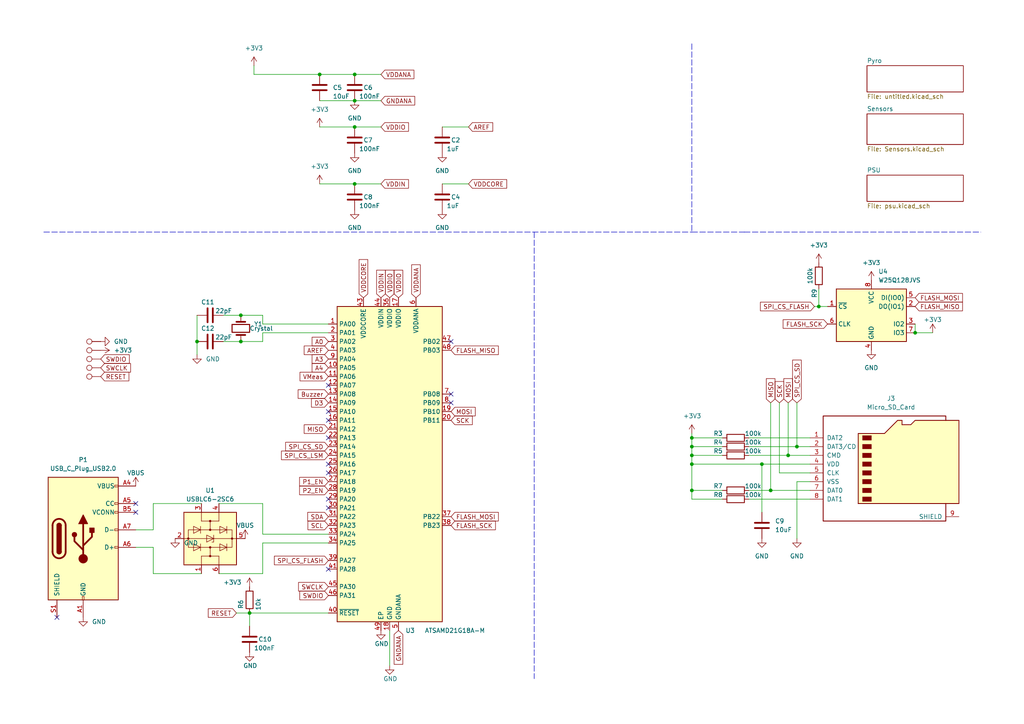
<source format=kicad_sch>
(kicad_sch (version 20211123) (generator eeschema)
  (paper "A4")
  (lib_symbols
    (symbol "Connector:Micro_SD_Card" (pin_names (offset 1.016))
      (property "Reference" "J" (at -16.51 15.24 0))
      (property "Value" "Micro_SD_Card" (at 16.51 15.24 0))
      (symbol "Micro_SD_Card_0_1"
        (rectangle (start -7.62 -9.525) (end -5.08 -10.795) (fill (type outline)))
        (rectangle (start -7.62 -6.985) (end -5.08 -8.255) (fill (type outline)))
        (rectangle (start -7.62 -4.445) (end -5.08 -5.715) (fill (type outline)))
        (rectangle (start -7.62 -1.905) (end -5.08 -3.175) (fill (type outline)))
        (rectangle (start -7.62 0.635) (end -5.08 -0.635) (fill (type outline)))
        (rectangle (start -7.62 3.175) (end -5.08 1.905) (fill (type outline)))
        (rectangle (start -7.62 5.715) (end -5.08 4.445) (fill (type outline)))
        (rectangle (start -7.62 8.255) (end -5.08 6.985) (fill (type outline)))
        (polyline (pts (xy 16.51 12.7) (xy 16.51 13.97) (xy -19.05 13.97) (xy -19.05 -16.51) (xy 16.51 -16.51) (xy 16.51 -11.43)) (stroke (width 0.254)))
        (polyline (pts (xy -8.89 -11.43) (xy -8.89 8.89) (xy -1.27 8.89) (xy 2.54 12.7) (xy 3.81 12.7) (xy 3.81 11.43) (xy 6.35 11.43) (xy 7.62 12.7) (xy 20.32 12.7) (xy 20.32 -11.43) (xy -8.89 -11.43)) (stroke (width 0.254)) (fill (type background)))
      )
      (symbol "Micro_SD_Card_1_1"
        (pin bidirectional line (at -22.86 7.62 0) (length 3.81) (name "DAT2") (number "1"))
        (pin bidirectional line (at -22.86 5.08 0) (length 3.81) (name "DAT3/CD") (number "2"))
        (pin input line (at -22.86 2.54 0) (length 3.81) (name "CMD") (number "3"))
        (pin power_in line (at -22.86 0 0) (length 3.81) (name "VDD") (number "4"))
        (pin input line (at -22.86 -2.54 0) (length 3.81) (name "CLK") (number "5"))
        (pin power_in line (at -22.86 -5.08 0) (length 3.81) (name "VSS") (number "6"))
        (pin bidirectional line (at -22.86 -7.62 0) (length 3.81) (name "DAT0") (number "7"))
        (pin bidirectional line (at -22.86 -10.16 0) (length 3.81) (name "DAT1") (number "8"))
        (pin passive line (at 20.32 -15.24 180) (length 3.81) (name "SHIELD") (number "9"))
      )
    )
    (symbol "Connector:TestPoint" (pin_numbers hide) (pin_names (offset 0.762) hide)
      (property "Reference" "TP" (at 0 6.858 0))
      (property "Value" "TestPoint" (at 0 5.08 0))
      (symbol "TestPoint_0_1"
        (circle (center 0 3.302) (radius 0.762))
      )
      (symbol "TestPoint_1_1"
        (pin passive line (at 0 0 90) (length 2.54) (name "1") (number "1"))
      )
    )
    (symbol "Connector:USB_C_Plug_USB2.0" (pin_names (offset 1.016))
      (property "Reference" "P" (at -10.16 19.05 0))
      (property "Value" "USB_C_Plug_USB2.0" (at 12.7 19.05 0))
      (symbol "USB_C_Plug_USB2.0_0_0"
        (rectangle (start -0.254 -17.78) (end 0.254 -16.764))
        (rectangle (start 10.16 -2.286) (end 9.144 -2.794))
        (rectangle (start 10.16 2.794) (end 9.144 2.286))
        (rectangle (start 10.16 7.874) (end 9.144 7.366))
        (rectangle (start 10.16 10.414) (end 9.144 9.906))
        (rectangle (start 10.16 15.494) (end 9.144 14.986))
      )
      (symbol "USB_C_Plug_USB2.0_0_1"
        (rectangle (start -10.16 17.78) (end 10.16 -17.78) (stroke (width 0.254)) (fill (type background)))
        (arc (start -8.89 -3.81) (mid -6.985 -5.715) (end -5.08 -3.81) (stroke (width 0.508)))
        (arc (start -7.62 -3.81) (mid -6.985 -4.445) (end -6.35 -3.81) (stroke (width 0.254)))
        (arc (start -7.62 -3.81) (mid -6.985 -4.445) (end -6.35 -3.81) (stroke (width 0.254)) (fill (type outline)))
        (rectangle (start -7.62 -3.81) (end -6.35 3.81) (stroke (width 0.254)) (fill (type outline)))
        (arc (start -6.35 3.81) (mid -6.985 4.445) (end -7.62 3.81) (stroke (width 0.254)))
        (arc (start -6.35 3.81) (mid -6.985 4.445) (end -7.62 3.81) (stroke (width 0.254)) (fill (type outline)))
        (arc (start -5.08 3.81) (mid -6.985 5.715) (end -8.89 3.81) (stroke (width 0.508)))
        (circle (center -2.54 1.143) (radius 0.635) (stroke (width 0.254)) (fill (type outline)))
        (circle (center 0 -5.842) (radius 1.27) (fill (type outline)))
        (polyline (pts (xy -8.89 -3.81) (xy -8.89 3.81)) (stroke (width 0.508)))
        (polyline (pts (xy -5.08 3.81) (xy -5.08 -3.81)) (stroke (width 0.508)))
        (polyline (pts (xy 0 -5.842) (xy 0 4.318)) (stroke (width 0.508)))
        (polyline (pts (xy 0 -3.302) (xy -2.54 -0.762) (xy -2.54 0.508)) (stroke (width 0.508)))
        (polyline (pts (xy 0 -2.032) (xy 2.54 0.508) (xy 2.54 1.778)) (stroke (width 0.508)))
        (polyline (pts (xy -1.27 4.318) (xy 0 6.858) (xy 1.27 4.318) (xy -1.27 4.318)) (stroke (width 0.254)) (fill (type outline)))
        (rectangle (start 1.905 1.778) (end 3.175 3.048) (stroke (width 0.254)) (fill (type outline)))
      )
      (symbol "USB_C_Plug_USB2.0_1_1"
        (pin passive line (at 0 -22.86 90) (length 5.08) (name "GND") (number "A1"))
        (pin passive line (at 0 -22.86 90) (length 5.08) hide (name "GND") (number "A12"))
        (pin passive line (at 15.24 15.24 180) (length 5.08) (name "VBUS") (number "A4"))
        (pin bidirectional line (at 15.24 10.16 180) (length 5.08) (name "CC") (number "A5"))
        (pin bidirectional line (at 15.24 -2.54 180) (length 5.08) (name "D+") (number "A6"))
        (pin bidirectional line (at 15.24 2.54 180) (length 5.08) (name "D-") (number "A7"))
        (pin passive line (at 15.24 15.24 180) (length 5.08) hide (name "VBUS") (number "A9"))
        (pin passive line (at 0 -22.86 90) (length 5.08) hide (name "GND") (number "B1"))
        (pin passive line (at 0 -22.86 90) (length 5.08) hide (name "GND") (number "B12"))
        (pin passive line (at 15.24 15.24 180) (length 5.08) hide (name "VBUS") (number "B4"))
        (pin bidirectional line (at 15.24 7.62 180) (length 5.08) (name "VCONN") (number "B5"))
        (pin passive line (at 15.24 15.24 180) (length 5.08) hide (name "VBUS") (number "B9"))
        (pin passive line (at -7.62 -22.86 90) (length 5.08) (name "SHIELD") (number "S1"))
      )
    )
    (symbol "Device:C" (pin_numbers hide) (pin_names (offset 0.254))
      (property "Reference" "C" (at 0.635 2.54 0))
      (property "Value" "C" (at 0.635 -2.54 0))
      (symbol "C_0_1"
        (polyline (pts (xy -2.032 -0.762) (xy 2.032 -0.762)) (stroke (width 0.508)))
        (polyline (pts (xy -2.032 0.762) (xy 2.032 0.762)) (stroke (width 0.508)))
      )
      (symbol "C_1_1"
        (pin passive line (at 0 3.81 270) (length 2.794) (name "~") (number "1"))
        (pin passive line (at 0 -3.81 90) (length 2.794) (name "~") (number "2"))
      )
    )
    (symbol "Device:Crystal" (pin_numbers hide) (pin_names (offset 1.016) hide)
      (property "Reference" "Y" (at 0 3.81 0))
      (property "Value" "Crystal" (at 0 -3.81 0))
      (symbol "Crystal_0_1"
        (rectangle (start -1.143 2.54) (end 1.143 -2.54) (stroke (width 0.3048)))
        (polyline (pts (xy -2.54 0) (xy -1.905 0)))
        (polyline (pts (xy -1.905 -1.27) (xy -1.905 1.27)) (stroke (width 0.508)))
        (polyline (pts (xy 1.905 -1.27) (xy 1.905 1.27)) (stroke (width 0.508)))
        (polyline (pts (xy 2.54 0) (xy 1.905 0)))
      )
      (symbol "Crystal_1_1"
        (pin passive line (at -3.81 0 0) (length 1.27) (name "1") (number "1"))
        (pin passive line (at 3.81 0 180) (length 1.27) (name "2") (number "2"))
      )
    )
    (symbol "Device:R" (pin_numbers hide) (pin_names (offset 0))
      (property "Reference" "R" (at 2.032 0 90))
      (property "Value" "R" (at 0 0 90))
      (symbol "R_0_1"
        (rectangle (start -1.016 -2.54) (end 1.016 2.54) (stroke (width 0.254)))
      )
      (symbol "R_1_1"
        (pin passive line (at 0 3.81 270) (length 1.27) (name "~") (number "1"))
        (pin passive line (at 0 -3.81 90) (length 1.27) (name "~") (number "2"))
      )
    )
    (symbol "MCU_Microchip_SAMD:ATSAMD21G18A-M"
      (property "Reference" "U" (at -13.97 46.99 0))
      (property "Value" "ATSAMD21G18A-M" (at 16.51 46.99 0))
      (symbol "ATSAMD21G18A-M_0_1"
        (rectangle (start -15.24 45.72) (end 15.24 -45.72) (stroke (width 0.254)) (fill (type background)))
      )
      (symbol "ATSAMD21G18A-M_1_1"
        (pin bidirectional line (at -17.78 40.64 0) (length 2.54) (name "PA00") (number "1"))
        (pin bidirectional line (at -17.78 27.94 0) (length 2.54) (name "PA05") (number "10"))
        (pin bidirectional line (at -17.78 25.4 0) (length 2.54) (name "PA06") (number "11"))
        (pin bidirectional line (at -17.78 22.86 0) (length 2.54) (name "PA07") (number "12"))
        (pin bidirectional line (at -17.78 20.32 0) (length 2.54) (name "PA08") (number "13"))
        (pin bidirectional line (at -17.78 17.78 0) (length 2.54) (name "PA09") (number "14"))
        (pin bidirectional line (at -17.78 15.24 0) (length 2.54) (name "PA10") (number "15"))
        (pin bidirectional line (at -17.78 12.7 0) (length 2.54) (name "PA11") (number "16"))
        (pin power_in line (at 2.54 48.26 270) (length 2.54) (name "VDDIO") (number "17"))
        (pin power_in line (at 0 -48.26 90) (length 2.54) (name "GND") (number "18"))
        (pin bidirectional line (at 17.78 15.24 180) (length 2.54) (name "PB10") (number "19"))
        (pin bidirectional line (at -17.78 38.1 0) (length 2.54) (name "PA01") (number "2"))
        (pin bidirectional line (at 17.78 12.7 180) (length 2.54) (name "PB11") (number "20"))
        (pin bidirectional line (at -17.78 10.16 0) (length 2.54) (name "PA12") (number "21"))
        (pin bidirectional line (at -17.78 7.62 0) (length 2.54) (name "PA13") (number "22"))
        (pin bidirectional line (at -17.78 5.08 0) (length 2.54) (name "PA14") (number "23"))
        (pin bidirectional line (at -17.78 2.54 0) (length 2.54) (name "PA15") (number "24"))
        (pin bidirectional line (at -17.78 0 0) (length 2.54) (name "PA16") (number "25"))
        (pin bidirectional line (at -17.78 -2.54 0) (length 2.54) (name "PA17") (number "26"))
        (pin bidirectional line (at -17.78 -5.08 0) (length 2.54) (name "PA18") (number "27"))
        (pin bidirectional line (at -17.78 -7.62 0) (length 2.54) (name "PA19") (number "28"))
        (pin bidirectional line (at -17.78 -10.16 0) (length 2.54) (name "PA20") (number "29"))
        (pin bidirectional line (at -17.78 35.56 0) (length 2.54) (name "PA02") (number "3"))
        (pin bidirectional line (at -17.78 -12.7 0) (length 2.54) (name "PA21") (number "30"))
        (pin bidirectional line (at -17.78 -15.24 0) (length 2.54) (name "PA22") (number "31"))
        (pin bidirectional line (at -17.78 -17.78 0) (length 2.54) (name "PA23") (number "32"))
        (pin bidirectional line (at -17.78 -20.32 0) (length 2.54) (name "PA24") (number "33"))
        (pin bidirectional line (at -17.78 -22.86 0) (length 2.54) (name "PA25") (number "34"))
        (pin passive line (at 0 -48.26 90) (length 2.54) hide (name "GND") (number "35"))
        (pin power_in line (at 0 48.26 270) (length 2.54) (name "VDDIO") (number "36"))
        (pin bidirectional line (at 17.78 -15.24 180) (length 2.54) (name "PB22") (number "37"))
        (pin bidirectional line (at 17.78 -17.78 180) (length 2.54) (name "PB23") (number "38"))
        (pin bidirectional line (at -17.78 -27.94 0) (length 2.54) (name "PA27") (number "39"))
        (pin bidirectional line (at -17.78 33.02 0) (length 2.54) (name "PA03") (number "4"))
        (pin input line (at -17.78 -43.18 0) (length 2.54) (name "~{RESET}") (number "40"))
        (pin bidirectional line (at -17.78 -30.48 0) (length 2.54) (name "PA28") (number "41"))
        (pin passive line (at 0 -48.26 90) (length 2.54) hide (name "GND") (number "42"))
        (pin power_out line (at -7.62 48.26 270) (length 2.54) (name "VDDCORE") (number "43"))
        (pin power_in line (at -2.54 48.26 270) (length 2.54) (name "VDDIN") (number "44"))
        (pin bidirectional line (at -17.78 -35.56 0) (length 2.54) (name "PA30") (number "45"))
        (pin bidirectional line (at -17.78 -38.1 0) (length 2.54) (name "PA31") (number "46"))
        (pin bidirectional line (at 17.78 35.56 180) (length 2.54) (name "PB02") (number "47"))
        (pin bidirectional line (at 17.78 33.02 180) (length 2.54) (name "PB03") (number "48"))
        (pin passive line (at -2.54 -48.26 90) (length 2.54) (name "EP") (number "49"))
        (pin power_in line (at 2.54 -48.26 90) (length 2.54) (name "GNDANA") (number "5"))
        (pin power_in line (at 7.62 48.26 270) (length 2.54) (name "VDDANA") (number "6"))
        (pin bidirectional line (at 17.78 20.32 180) (length 2.54) (name "PB08") (number "7"))
        (pin bidirectional line (at 17.78 17.78 180) (length 2.54) (name "PB09") (number "8"))
        (pin bidirectional line (at -17.78 30.48 0) (length 2.54) (name "PA04") (number "9"))
      )
    )
    (symbol "Memory_Flash:W25Q128JVS"
      (property "Reference" "U" (at -8.89 8.89 0))
      (property "Value" "W25Q128JVS" (at 7.62 8.89 0))
      (symbol "W25Q128JVS_0_1"
        (rectangle (start -10.16 7.62) (end 10.16 -7.62) (stroke (width 0.254)) (fill (type background)))
      )
      (symbol "W25Q128JVS_1_1"
        (pin input line (at -12.7 2.54 0) (length 2.54) (name "~{CS}") (number "1"))
        (pin bidirectional line (at 12.7 2.54 180) (length 2.54) (name "DO(IO1)") (number "2"))
        (pin bidirectional line (at 12.7 -2.54 180) (length 2.54) (name "IO2") (number "3"))
        (pin power_in line (at 0 -10.16 90) (length 2.54) (name "GND") (number "4"))
        (pin bidirectional line (at 12.7 5.08 180) (length 2.54) (name "DI(IO0)") (number "5"))
        (pin input line (at -12.7 -2.54 0) (length 2.54) (name "CLK") (number "6"))
        (pin bidirectional line (at 12.7 -5.08 180) (length 2.54) (name "IO3") (number "7"))
        (pin power_in line (at 0 10.16 270) (length 2.54) (name "VCC") (number "8"))
      )
    )
    (symbol "Power_Protection:USBLC6-2SC6" (pin_names hide)
      (property "Reference" "U" (at 2.54 8.89 0))
      (property "Value" "USBLC6-2SC6" (at 2.54 -8.89 0))
      (symbol "USBLC6-2SC6_0_1"
        (rectangle (start -7.62 -7.62) (end 7.62 7.62) (stroke (width 0.254)) (fill (type background)))
        (circle (center -5.08 0) (radius 0.254) (fill (type outline)))
        (circle (center -2.54 0) (radius 0.254) (fill (type outline)))
        (rectangle (start -2.54 6.35) (end 2.54 -6.35))
        (circle (center 0 -6.35) (radius 0.254) (fill (type outline)))
        (polyline (pts (xy -5.08 -2.54) (xy -7.62 -2.54)))
        (polyline (pts (xy -5.08 0) (xy -5.08 -2.54)))
        (polyline (pts (xy -5.08 2.54) (xy -7.62 2.54)))
        (polyline (pts (xy -1.524 -2.794) (xy -3.556 -2.794)))
        (polyline (pts (xy -1.524 4.826) (xy -3.556 4.826)))
        (polyline (pts (xy 0 -7.62) (xy 0 -6.35)))
        (polyline (pts (xy 0 -6.35) (xy 0 1.27)))
        (polyline (pts (xy 0 1.27) (xy 0 6.35)))
        (polyline (pts (xy 0 6.35) (xy 0 7.62)))
        (polyline (pts (xy 1.524 -2.794) (xy 3.556 -2.794)))
        (polyline (pts (xy 1.524 4.826) (xy 3.556 4.826)))
        (polyline (pts (xy 5.08 -2.54) (xy 7.62 -2.54)))
        (polyline (pts (xy 5.08 0) (xy 5.08 -2.54)))
        (polyline (pts (xy 5.08 2.54) (xy 7.62 2.54)))
        (polyline (pts (xy -2.54 0) (xy -5.08 0) (xy -5.08 2.54)))
        (polyline (pts (xy 2.54 0) (xy 5.08 0) (xy 5.08 2.54)))
        (polyline (pts (xy -3.556 -4.826) (xy -1.524 -4.826) (xy -2.54 -2.794) (xy -3.556 -4.826)))
        (polyline (pts (xy -3.556 2.794) (xy -1.524 2.794) (xy -2.54 4.826) (xy -3.556 2.794)))
        (polyline (pts (xy -1.016 -1.016) (xy 1.016 -1.016) (xy 0 1.016) (xy -1.016 -1.016)))
        (polyline (pts (xy 1.016 1.016) (xy 0.762 1.016) (xy -1.016 1.016) (xy -1.016 0.508)))
        (polyline (pts (xy 3.556 -4.826) (xy 1.524 -4.826) (xy 2.54 -2.794) (xy 3.556 -4.826)))
        (polyline (pts (xy 3.556 2.794) (xy 1.524 2.794) (xy 2.54 4.826) (xy 3.556 2.794)))
        (circle (center 0 6.35) (radius 0.254) (fill (type outline)))
        (circle (center 2.54 0) (radius 0.254) (fill (type outline)))
        (circle (center 5.08 0) (radius 0.254) (fill (type outline)))
      )
      (symbol "USBLC6-2SC6_1_1"
        (pin passive line (at -10.16 -2.54 0) (length 2.54) (name "I/O1") (number "1"))
        (pin passive line (at 0 -10.16 90) (length 2.54) (name "GND") (number "2"))
        (pin passive line (at 10.16 -2.54 180) (length 2.54) (name "I/O2") (number "3"))
        (pin passive line (at 10.16 2.54 180) (length 2.54) (name "I/O2") (number "4"))
        (pin passive line (at 0 10.16 270) (length 2.54) (name "VBUS") (number "5"))
        (pin passive line (at -10.16 2.54 0) (length 2.54) (name "I/O1") (number "6"))
      )
    )
    (symbol "power:+3.3V" (power) (pin_names (offset 0))
      (property "Value" "+3.3V" (at 0 3.556 0))
      (symbol "+3.3V_0_1"
        (polyline (pts (xy -0.762 1.27) (xy 0 2.54)))
        (polyline (pts (xy 0 0) (xy 0 2.54)))
        (polyline (pts (xy 0 2.54) (xy 0.762 1.27)))
      )
      (symbol "+3.3V_1_1"
        (pin power_in line (at 0 0 90) (length 0) hide (name "+3V3") (number "1"))
      )
    )
    (symbol "power:GND" (power) (pin_names (offset 0))
      (property "Value" "GND" (at 0 -3.81 0))
      (symbol "GND_0_1"
        (polyline (pts (xy 0 0) (xy 0 -1.27) (xy 1.27 -1.27) (xy 0 -2.54) (xy -1.27 -1.27) (xy 0 -1.27)))
      )
      (symbol "GND_1_1"
        (pin power_in line (at 0 0 270) (length 0) hide (name "GND") (number "1"))
      )
    )
    (symbol "power:VBUS" (power) (pin_names (offset 0))
      (property "Value" "VBUS" (at 0 3.81 0))
      (symbol "VBUS_0_1"
        (polyline (pts (xy -0.762 1.27) (xy 0 2.54)))
        (polyline (pts (xy 0 0) (xy 0 2.54)))
        (polyline (pts (xy 0 2.54) (xy 0.762 1.27)))
      )
      (symbol "VBUS_1_1"
        (pin power_in line (at 0 0 90) (length 0) hide (name "VBUS") (number "1"))
      )
    )
  )
  (junction (at 200.66 134.62))
  (junction (at 200.66 129.54))
  (junction (at 223.52 142.24))
  (junction (at 265.43 96.52))
  (junction (at 200.66 142.24))
  (junction (at 237.49 88.9))
  (junction (at 200.66 132.08))
  (junction (at 231.14 129.54))
  (junction (at 69.85 99.06))
  (junction (at 228.6 132.08))
  (junction (at 200.66 127))
  (junction (at 102.87 21.59))
  (junction (at 102.87 53.34))
  (junction (at 220.98 134.62))
  (junction (at 72.39 177.8))
  (junction (at 92.71 21.59))
  (junction (at 69.85 91.44))
  (junction (at 102.87 29.21))
  (junction (at 57.15 99.06))
  (junction (at 102.87 36.83))
  (no_connect (at 95.25 111.76))
  (no_connect (at 39.37 146.05))
  (no_connect (at 95.25 134.62))
  (no_connect (at 130.81 114.3))
  (no_connect (at 95.25 137.16))
  (no_connect (at 130.81 99.06))
  (no_connect (at 16.51 179.07))
  (no_connect (at 95.25 121.92))
  (no_connect (at 95.25 147.32))
  (no_connect (at 95.25 165.1))
  (no_connect (at 95.25 119.38))
  (no_connect (at 39.37 148.59))
  (no_connect (at 95.25 127))
  (no_connect (at 130.81 116.84))
  (no_connect (at 95.25 144.78))
  (wire (pts (xy 63.5 166.37) (xy 76.2 166.37)))
  (wire (pts (xy 76.2 93.98) (xy 76.2 91.44)))
  (wire (pts (xy 217.17 127) (xy 234.95 127)))
  (wire (pts (xy 63.5 146.05) (xy 76.2 146.05)))
  (wire (pts (xy 92.71 36.83) (xy 102.87 36.83)))
  (wire (pts (xy 226.06 137.16) (xy 234.95 137.16)))
  (polyline (pts (xy 215.9 67.31) (xy 284.48 67.31)))
  (polyline (pts (xy 12.7 67.31) (xy 200.66 67.31)))
  (wire (pts (xy 44.45 146.05) (xy 58.42 146.05)))
  (polyline (pts (xy 200.66 67.31) (xy 215.9 67.31)))
  (wire (pts (xy 57.15 91.44) (xy 57.15 99.06)))
  (wire (pts (xy 200.66 132.08) (xy 200.66 134.62)))
  (wire (pts (xy 76.2 166.37) (xy 76.2 157.48)))
  (wire (pts (xy 217.17 132.08) (xy 228.6 132.08)))
  (polyline (pts (xy 200.66 12.7) (xy 200.66 67.31)))
  (wire (pts (xy 200.66 132.08) (xy 209.55 132.08)))
  (wire (pts (xy 237.49 83.82) (xy 237.49 88.9)))
  (wire (pts (xy 236.22 88.9) (xy 237.49 88.9)))
  (wire (pts (xy 76.2 146.05) (xy 76.2 154.94)))
  (wire (pts (xy 128.27 53.34) (xy 135.89 53.34)))
  (wire (pts (xy 200.66 127) (xy 200.66 125.73)))
  (wire (pts (xy 200.66 132.08) (xy 200.66 129.54)))
  (wire (pts (xy 76.2 154.94) (xy 95.25 154.94)))
  (wire (pts (xy 231.14 156.21) (xy 231.14 139.7)))
  (wire (pts (xy 57.15 99.06) (xy 57.15 102.87)))
  (wire (pts (xy 200.66 144.78) (xy 200.66 142.24)))
  (wire (pts (xy 220.98 134.62) (xy 234.95 134.62)))
  (wire (pts (xy 217.17 142.24) (xy 223.52 142.24)))
  (wire (pts (xy 209.55 144.78) (xy 200.66 144.78)))
  (wire (pts (xy 64.77 91.44) (xy 69.85 91.44)))
  (wire (pts (xy 92.71 53.34) (xy 102.87 53.34)))
  (wire (pts (xy 69.85 99.06) (xy 76.2 99.06)))
  (wire (pts (xy 76.2 91.44) (xy 69.85 91.44)))
  (wire (pts (xy 231.14 139.7) (xy 234.95 139.7)))
  (wire (pts (xy 200.66 129.54) (xy 209.55 129.54)))
  (wire (pts (xy 76.2 99.06) (xy 76.2 96.52)))
  (wire (pts (xy 76.2 96.52) (xy 95.25 96.52)))
  (wire (pts (xy 72.39 177.8) (xy 95.25 177.8)))
  (wire (pts (xy 231.14 129.54) (xy 234.95 129.54)))
  (wire (pts (xy 226.06 116.84) (xy 226.06 137.16)))
  (wire (pts (xy 223.52 116.84) (xy 223.52 142.24)))
  (wire (pts (xy 231.14 116.84) (xy 231.14 129.54)))
  (wire (pts (xy 92.71 21.59) (xy 102.87 21.59)))
  (wire (pts (xy 228.6 116.84) (xy 228.6 132.08)))
  (wire (pts (xy 200.66 129.54) (xy 200.66 127)))
  (wire (pts (xy 102.87 21.59) (xy 110.49 21.59)))
  (wire (pts (xy 64.77 99.06) (xy 69.85 99.06)))
  (wire (pts (xy 68.58 177.8) (xy 72.39 177.8)))
  (wire (pts (xy 102.87 36.83) (xy 110.49 36.83)))
  (wire (pts (xy 39.37 158.75) (xy 44.45 158.75)))
  (wire (pts (xy 76.2 157.48) (xy 95.25 157.48)))
  (wire (pts (xy 44.45 158.75) (xy 44.45 166.37)))
  (wire (pts (xy 200.66 134.62) (xy 220.98 134.62)))
  (wire (pts (xy 217.17 129.54) (xy 231.14 129.54)))
  (wire (pts (xy 128.27 36.83) (xy 135.89 36.83)))
  (wire (pts (xy 217.17 144.78) (xy 234.95 144.78)))
  (wire (pts (xy 265.43 96.52) (xy 270.51 96.52)))
  (wire (pts (xy 200.66 142.24) (xy 209.55 142.24)))
  (wire (pts (xy 92.71 29.21) (xy 102.87 29.21)))
  (wire (pts (xy 200.66 134.62) (xy 200.66 142.24)))
  (wire (pts (xy 220.98 134.62) (xy 220.98 148.59)))
  (wire (pts (xy 237.49 88.9) (xy 240.03 88.9)))
  (wire (pts (xy 102.87 29.21) (xy 110.49 29.21)))
  (wire (pts (xy 73.66 21.59) (xy 92.71 21.59)))
  (wire (pts (xy 265.43 93.98) (xy 265.43 96.52)))
  (wire (pts (xy 228.6 132.08) (xy 234.95 132.08)))
  (wire (pts (xy 102.87 53.34) (xy 110.49 53.34)))
  (wire (pts (xy 44.45 153.67) (xy 44.45 146.05)))
  (wire (pts (xy 223.52 142.24) (xy 234.95 142.24)))
  (wire (pts (xy 73.66 19.05) (xy 73.66 21.59)))
  (wire (pts (xy 76.2 93.98) (xy 95.25 93.98)))
  (wire (pts (xy 39.37 153.67) (xy 44.45 153.67)))
  (wire (pts (xy 44.45 166.37) (xy 58.42 166.37)))
  (wire (pts (xy 209.55 127) (xy 200.66 127)))
  (wire (pts (xy 113.03 182.88) (xy 113.03 193.04)))
  (wire (pts (xy 72.39 181.61) (xy 72.39 177.8)))
  (polyline (pts (xy 154.94 67.31) (xy 154.94 196.85)))
  (global_label "SWDIO" (shape input) (at 29.21 104.14 0) (property "Intersheet References" "${INTERSHEET_REFS}" (effects hide)))
  (global_label "SCL" (shape input) (at 95.25 152.4 180) (property "Intersheet References" "${INTERSHEET_REFS}" (effects hide)))
  (global_label "VDDIN" (shape input) (at 110.49 53.34 0) (property "Intersheet References" "${INTERSHEET_REFS}" (effects hide)))
  (global_label "FLASH_MOSI" (shape input) (at 265.43 86.36 0) (property "Intersheet References" "${INTERSHEET_REFS}" (effects hide)))
  (global_label "MISO" (shape input) (at 223.52 116.84 90) (property "Intersheet References" "${INTERSHEET_REFS}" (effects hide)))
  (global_label "FLASH_MOSI" (shape input) (at 130.81 149.86 0) (property "Intersheet References" "${INTERSHEET_REFS}" (effects hide)))
  (global_label "Buzzer" (shape input) (at 95.25 114.3 180) (property "Intersheet References" "${INTERSHEET_REFS}" (effects hide)))
  (global_label "VDDCORE" (shape input) (at 105.41 86.36 90) (property "Intersheet References" "${INTERSHEET_REFS}" (effects hide)))
  (global_label "FLASH_MISO" (shape input) (at 130.81 101.6 0) (property "Intersheet References" "${INTERSHEET_REFS}" (effects hide)))
  (global_label "SDA" (shape input) (at 95.25 149.86 180) (property "Intersheet References" "${INTERSHEET_REFS}" (effects hide)))
  (global_label "SWCLK" (shape input) (at 29.21 106.68 0) (property "Intersheet References" "${INTERSHEET_REFS}" (effects hide)))
  (global_label "D3" (shape input) (at 95.25 116.84 180) (property "Intersheet References" "${INTERSHEET_REFS}" (effects hide)))
  (global_label "SPI_CS_FLASH" (shape input) (at 95.25 162.56 180) (property "Intersheet References" "${INTERSHEET_REFS}" (effects hide)))
  (global_label "VDDIO" (shape input) (at 110.49 36.83 0) (property "Intersheet References" "${INTERSHEET_REFS}" (effects hide)))
  (global_label "VDDANA" (shape input) (at 110.49 21.59 0) (property "Intersheet References" "${INTERSHEET_REFS}" (effects hide)))
  (global_label "RESET" (shape input) (at 29.21 109.22 0) (property "Intersheet References" "${INTERSHEET_REFS}" (effects hide)))
  (global_label "FLASH_SCK" (shape input) (at 130.81 152.4 0) (property "Intersheet References" "${INTERSHEET_REFS}" (effects hide)))
  (global_label "VDDIO" (shape input) (at 115.57 86.36 90) (property "Intersheet References" "${INTERSHEET_REFS}" (effects hide)))
  (global_label "GNDANA" (shape input) (at 110.49 29.21 0) (property "Intersheet References" "${INTERSHEET_REFS}" (effects hide)))
  (global_label "VMeas" (shape input) (at 95.25 109.22 180) (property "Intersheet References" "${INTERSHEET_REFS}" (effects hide)))
  (global_label "MISO" (shape input) (at 95.25 124.46 180) (property "Intersheet References" "${INTERSHEET_REFS}" (effects hide)))
  (global_label "SWDIO" (shape input) (at 95.25 172.72 180) (property "Intersheet References" "${INTERSHEET_REFS}" (effects hide)))
  (global_label "SPI_CS_SD" (shape input) (at 95.25 129.54 180) (property "Intersheet References" "${INTERSHEET_REFS}" (effects hide)))
  (global_label "FLASH_MISO" (shape input) (at 265.43 88.9 0) (property "Intersheet References" "${INTERSHEET_REFS}" (effects hide)))
  (global_label "SPI_CS_LSM" (shape input) (at 95.25 132.08 180) (property "Intersheet References" "${INTERSHEET_REFS}" (effects hide)))
  (global_label "VDDIN" (shape input) (at 110.49 86.36 90) (property "Intersheet References" "${INTERSHEET_REFS}" (effects hide)))
  (global_label "VDDANA" (shape input) (at 120.65 86.36 90) (property "Intersheet References" "${INTERSHEET_REFS}" (effects hide)))
  (global_label "A0" (shape input) (at 95.25 99.06 180) (property "Intersheet References" "${INTERSHEET_REFS}" (effects hide)))
  (global_label "A3" (shape input) (at 95.25 104.14 180) (property "Intersheet References" "${INTERSHEET_REFS}" (effects hide)))
  (global_label "SCK" (shape input) (at 130.81 121.92 0) (property "Intersheet References" "${INTERSHEET_REFS}" (effects hide)))
  (global_label "MOSI" (shape input) (at 228.6 116.84 90) (property "Intersheet References" "${INTERSHEET_REFS}" (effects hide)))
  (global_label "SCK" (shape input) (at 226.06 116.84 90) (property "Intersheet References" "${INTERSHEET_REFS}" (effects hide)))
  (global_label "VDDCORE" (shape input) (at 135.89 53.34 0) (property "Intersheet References" "${INTERSHEET_REFS}" (effects hide)))
  (global_label "AREF" (shape input) (at 95.25 101.6 180) (property "Intersheet References" "${INTERSHEET_REFS}" (effects hide)))
  (global_label "SPI_CS_SD" (shape input) (at 231.14 116.84 90) (property "Intersheet References" "${INTERSHEET_REFS}" (effects hide)))
  (global_label "GNDANA" (shape input) (at 115.57 182.88 270) (property "Intersheet References" "${INTERSHEET_REFS}" (effects hide)))
  (global_label "SWCLK" (shape input) (at 95.25 170.18 180) (property "Intersheet References" "${INTERSHEET_REFS}" (effects hide)))
  (global_label "VDDIO" (shape input) (at 113.03 86.36 90) (property "Intersheet References" "${INTERSHEET_REFS}" (effects hide)))
  (global_label "SPI_CS_FLASH" (shape input) (at 236.22 88.9 180) (property "Intersheet References" "${INTERSHEET_REFS}" (effects hide)))
  (global_label "P1_EN" (shape input) (at 95.25 139.7 180) (property "Intersheet References" "${INTERSHEET_REFS}" (effects hide)))
  (global_label "P2_EN" (shape input) (at 95.25 142.24 180) (property "Intersheet References" "${INTERSHEET_REFS}" (effects hide)))
  (global_label "FLASH_SCK" (shape input) (at 240.03 93.98 180) (property "Intersheet References" "${INTERSHEET_REFS}" (effects hide)))
  (global_label "AREF" (shape input) (at 135.89 36.83 0) (property "Intersheet References" "${INTERSHEET_REFS}" (effects hide)))
  (global_label "A4" (shape input) (at 95.25 106.68 180) (property "Intersheet References" "${INTERSHEET_REFS}" (effects hide)))
  (global_label "RESET" (shape input) (at 68.58 177.8 180) (property "Intersheet References" "${INTERSHEET_REFS}" (effects hide)))
  (global_label "MOSI" (shape input) (at 130.81 119.38 0) (property "Intersheet References" "${INTERSHEET_REFS}" (effects hide)))
  (symbol (lib_id "Device:C") (at 128.27 40.64 0) (unit 1)
    (property "Reference" "C2" (at 130.81 40.64 0) (effects (justify left)))
    (property "Value" "1uF" (at 129.54 43.18 0) (effects (justify left)))
    (property "Footprint" "Capacitor_SMD:C_0402_1005Metric_Pad0.74x0.62mm_HandSolder" (effects hide))
  )
  (symbol (lib_id "power:+3.3V") (at 237.49 76.2 0) (unit 1)
    (property "Reference" "#PWR0120" (effects hide))
    (property "Value" "+3.3V" (at 237.49 71.12 0))
  )
  (symbol (lib_id "power:VBUS") (at 39.37 140.97 0) (unit 1)
    (property "Reference" "#PWR0119" (effects hide))
    (property "Value" "VBUS" (at 36.83 137.16 0) (effects (justify left)))
  )
  (symbol (lib_id "power:GND") (at 220.98 156.21 0) (unit 1)
    (property "Reference" "#PWR0102" (effects hide))
    (property "Value" "GND" (at 220.98 161.29 0))
  )
  (symbol (lib_id "power:+3.3V") (at 252.73 81.28 0) (unit 1)
    (property "Reference" "#PWR0121" (effects hide))
    (property "Value" "+3.3V" (at 252.73 76.2 0))
  )
  (symbol (lib_id "power:GND") (at 29.21 99.06 90) (unit 1)
    (property "Reference" "#PWR0139" (effects hide))
    (property "Value" "GND" (at 33.02 99.0599 90) (effects (justify right)))
  )
  (symbol (lib_id "Device:C") (at 60.96 91.44 90) (unit 1)
    (property "Reference" "C11" (at 62.23 87.63 90) (effects (justify left)))
    (property "Value" "22pF" (at 67.31 90.17 90) (effects (justify left)))
    (property "Footprint" "Capacitor_SMD:C_0402_1005Metric_Pad0.74x0.62mm_HandSolder" (effects hide))
  )
  (symbol (lib_id "power:GND") (at 102.87 44.45 0) (unit 1)
    (property "Reference" "#PWR0113" (effects hide))
    (property "Value" "GND" (at 102.87 49.53 0))
  )
  (symbol (lib_id "Device:R") (at 213.36 132.08 270) (unit 1)
    (property "Reference" "R5" (at 208.28 130.81 90))
    (property "Value" "100k" (at 218.44 130.81 90))
    (property "Footprint" "Resistor_SMD:R_0402_1005Metric_Pad0.72x0.64mm_HandSolder" (effects hide))
  )
  (symbol (lib_id "power:GND") (at 57.15 102.87 0) (unit 1)
    (property "Reference" "#PWR0141" (effects hide))
    (property "Value" "GND" (at 59.69 104.1399 0) (effects (justify left)))
  )
  (symbol (lib_id "Power_Protection:USBLC6-2SC6") (at 60.96 156.21 270) (mirror x) (unit 1)
    (property "Reference" "U1" (at 60.96 142.24 90))
    (property "Value" "USBLC6-2SC6" (at 60.96 144.78 90))
    (property "Footprint" "Package_TO_SOT_SMD:SOT-23-6" (effects hide))
    (property "Datasheet" "https://www.st.com/resource/en/datasheet/usblc6-2.pdf" (effects hide))
  )
  (symbol (lib_id "power:+3.3V") (at 92.71 36.83 0) (unit 1)
    (property "Reference" "#PWR0109" (effects hide))
    (property "Value" "+3.3V" (at 92.71 31.75 0))
  )
  (symbol (lib_id "power:GND") (at 110.49 182.88 0) (unit 1)
    (property "Reference" "#PWR0159" (effects hide))
    (property "Value" "GND" (at 108.6359 186.7323 0) (effects (justify left)))
  )
  (symbol (lib_id "power:GND") (at 231.14 156.21 0) (unit 1)
    (property "Reference" "#PWR0101" (effects hide))
    (property "Value" "GND" (at 231.14 161.29 0))
  )
  (symbol (lib_id "Device:C") (at 60.96 99.06 90) (unit 1)
    (property "Reference" "C12" (at 62.23 95.25 90) (effects (justify left)))
    (property "Value" "22pF" (at 67.31 97.79 90) (effects (justify left)))
    (property "Footprint" "Capacitor_SMD:C_0402_1005Metric_Pad0.74x0.62mm_HandSolder" (effects hide))
  )
  (symbol (lib_id "Device:C") (at 92.71 25.4 0) (unit 1)
    (property "Reference" "C5" (at 96.52 25.4 0) (effects (justify left)))
    (property "Value" "10uF" (at 96.52 27.94 0) (effects (justify left)))
    (property "Footprint" "Capacitor_SMD:C_0402_1005Metric_Pad0.74x0.62mm_HandSolder" (effects hide))
  )
  (symbol (lib_id "power:GND") (at 24.13 179.07 0) (unit 1)
    (property "Reference" "#PWR0118" (effects hide))
    (property "Value" "GND" (at 26.67 180.3399 0) (effects (justify left)))
  )
  (symbol (lib_id "Device:R") (at 213.36 129.54 270) (unit 1)
    (property "Reference" "R4" (at 208.28 128.27 90))
    (property "Value" "100k" (at 218.44 128.27 90))
    (property "Footprint" "Resistor_SMD:R_0402_1005Metric_Pad0.72x0.64mm_HandSolder" (effects hide))
  )
  (symbol (lib_id "power:GND") (at 128.27 44.45 0) (unit 1)
    (property "Reference" "#PWR0116" (effects hide))
    (property "Value" "GND" (at 128.27 49.53 0))
  )
  (symbol (lib_id "Connector:TestPoint") (at 29.21 104.14 90) (unit 1)
    (property "Reference" "TP3" (effects hide))
    (property "Value" "TestPoint" (effects hide))
    (property "Footprint" "TestPoint:TestPoint_Pad_D1.0mm" (effects hide))
  )
  (symbol (lib_id "Connector:USB_C_Plug_USB2.0") (at 24.13 156.21 0) (unit 1)
    (property "Reference" "P1" (at 24.13 133.35 0))
    (property "Value" "USB_C_Plug_USB2.0" (at 24.13 135.89 0))
    (property "Footprint" "Connector_USB:USB_C_Receptacle_JAE_DX07S016JA1R1500" (effects hide))
    (property "Datasheet" "https://www.usb.org/sites/default/files/documents/usb_type-c.zip" (effects hide))
  )
  (symbol (lib_id "power:+3.3V") (at 270.51 96.52 0) (unit 1)
    (property "Reference" "#PWR0122" (effects hide))
    (property "Value" "+3.3V" (at 270.51 92.71 0))
  )
  (symbol (lib_id "Device:C") (at 102.87 25.4 0) (unit 1)
    (property "Reference" "C6" (at 105.41 25.4 0) (effects (justify left)))
    (property "Value" "100nF" (at 104.14 27.94 0) (effects (justify left)))
    (property "Footprint" "Capacitor_SMD:C_0402_1005Metric_Pad0.74x0.62mm_HandSolder" (effects hide))
  )
  (symbol (lib_id "power:GND") (at 102.87 60.96 0) (unit 1)
    (property "Reference" "#PWR0108" (effects hide))
    (property "Value" "GND" (at 102.87 66.04 0))
  )
  (symbol (lib_id "MCU_Microchip_SAMD:ATSAMD21G18A-M") (at 113.03 134.62 0) (unit 1)
    (property "Reference" "U3" (at 117.5894 182.88 0) (effects (justify left)))
    (property "Value" "ATSAMD21G18A-M" (at 123.19 182.88 0) (effects (justify left)))
    (property "Footprint" "Package_DFN_QFN:QFN-48-1EP_7x7mm_P0.5mm_EP5.15x5.15mm" (effects hide))
    (property "Datasheet" "http://ww1.microchip.com/downloads/en/DeviceDoc/SAM_D21_DA1_Family_Data%20Sheet_DS40001882E.pdf" (effects hide))
  )
  (symbol (lib_id "power:+3.3V") (at 73.66 19.05 0) (unit 1)
    (property "Reference" "#PWR0111" (effects hide))
    (property "Value" "+3.3V" (at 73.66 13.97 0))
  )
  (symbol (lib_id "Device:C") (at 72.39 185.42 0) (unit 1)
    (property "Reference" "C10" (at 74.93 185.42 0) (effects (justify left)))
    (property "Value" "100nF" (at 73.66 187.96 0) (effects (justify left)))
    (property "Footprint" "Capacitor_SMD:C_0402_1005Metric_Pad0.74x0.62mm_HandSolder" (effects hide))
  )
  (symbol (lib_id "Device:C") (at 102.87 57.15 0) (unit 1)
    (property "Reference" "C8" (at 105.41 57.15 0) (effects (justify left)))
    (property "Value" "100nF" (at 104.14 59.69 0) (effects (justify left)))
    (property "Footprint" "Capacitor_SMD:C_0402_1005Metric_Pad0.74x0.62mm_HandSolder" (effects hide))
  )
  (symbol (lib_id "Device:R") (at 213.36 127 270) (unit 1)
    (property "Reference" "R3" (at 208.28 125.73 90))
    (property "Value" "100k" (at 218.44 125.73 90))
    (property "Footprint" "Resistor_SMD:R_0402_1005Metric_Pad0.72x0.64mm_HandSolder" (effects hide))
  )
  (symbol (lib_id "Device:R") (at 213.36 142.24 270) (unit 1)
    (property "Reference" "R7" (at 208.28 140.97 90))
    (property "Value" "100k" (at 218.44 140.97 90))
    (property "Footprint" "Resistor_SMD:R_0402_1005Metric_Pad0.72x0.64mm_HandSolder" (effects hide))
  )
  (symbol (lib_id "power:GND") (at 252.73 101.6 0) (unit 1)
    (property "Reference" "#PWR0104" (effects hide))
    (property "Value" "GND" (at 252.73 106.68 0))
  )
  (symbol (lib_id "Device:R") (at 72.39 173.99 0) (unit 1)
    (property "Reference" "R6" (at 69.85 175.26 90))
    (property "Value" "10k" (at 74.93 175.26 90))
    (property "Footprint" "Resistor_SMD:R_0402_1005Metric_Pad0.72x0.64mm_HandSolder" (effects hide))
  )
  (symbol (lib_id "power:GND") (at 50.8 156.21 0) (unit 1)
    (property "Reference" "#PWR0115" (effects hide))
    (property "Value" "GND" (at 53.34 157.4799 0) (effects (justify left)))
  )
  (symbol (lib_id "Connector:TestPoint") (at 29.21 106.68 90) (unit 1)
    (property "Reference" "TP4" (effects hide))
    (property "Value" "TestPoint" (effects hide))
    (property "Footprint" "TestPoint:TestPoint_Pad_D1.0mm" (effects hide))
  )
  (symbol (lib_id "Device:C") (at 220.98 152.4 0) (unit 1)
    (property "Reference" "C9" (at 224.79 151.1299 0) (effects (justify left)))
    (property "Value" "10uF" (at 224.79 153.6699 0) (effects (justify left)))
    (property "Footprint" "Capacitor_SMD:C_0402_1005Metric_Pad0.74x0.62mm_HandSolder" (effects hide))
  )
  (symbol (lib_id "power:GND") (at 128.27 60.96 0) (unit 1)
    (property "Reference" "#PWR0107" (effects hide))
    (property "Value" "GND" (at 128.27 66.04 0))
  )
  (symbol (lib_id "Connector:Micro_SD_Card") (at 257.81 134.62 0) (unit 1)
    (property "Reference" "J3" (at 258.445 115.57 0))
    (property "Value" "Micro_SD_Card" (at 258.445 118.11 0))
    (property "Footprint" "Connector_Card:microSD_HC_Molex_104031-0811" (effects hide))
    (property "Datasheet" "http://katalog.we-online.de/em/datasheet/693072010801.pdf" (effects hide))
  )
  (symbol (lib_id "power:GND") (at 113.03 193.04 0) (unit 1)
    (property "Reference" "#PWR0160" (effects hide))
    (property "Value" "GND" (at 111.1759 196.8923 0) (effects (justify left)))
  )
  (symbol (lib_id "Memory_Flash:W25Q128JVS") (at 252.73 91.44 0) (unit 1)
    (property "Reference" "U4" (at 254.7494 78.74 0) (effects (justify left)))
    (property "Value" "W25Q128JVS" (at 254.7494 81.28 0) (effects (justify left)))
    (property "Footprint" "Package_SON:WSON-8-1EP_6x5mm_P1.27mm_EP3.4x4.3mm" (effects hide))
    (property "Datasheet" "http://www.winbond.com/resource-files/w25q128jv_dtr%20revc%2003272018%20plus.pdf" (effects hide))
  )
  (symbol (lib_id "power:+3.3V") (at 29.21 101.6 270) (unit 1)
    (property "Reference" "#PWR0140" (effects hide))
    (property "Value" "+3.3V" (at 33.02 101.6 90) (effects (justify left)))
  )
  (symbol (lib_id "power:+3.3V") (at 92.71 53.34 0) (unit 1)
    (property "Reference" "#PWR0112" (effects hide))
    (property "Value" "+3.3V" (at 92.71 48.26 0))
  )
  (symbol (lib_id "power:GND") (at 72.39 189.23 0) (unit 1)
    (property "Reference" "#PWR0137" (effects hide))
    (property "Value" "GND" (at 70.5359 193.0823 0) (effects (justify left)))
  )
  (symbol (lib_id "power:GND") (at 102.87 29.21 0) (unit 1)
    (property "Reference" "#PWR0110" (effects hide))
    (property "Value" "GND" (at 102.87 34.29 0))
  )
  (symbol (lib_id "Device:R") (at 213.36 144.78 270) (unit 1)
    (property "Reference" "R8" (at 208.28 143.51 90))
    (property "Value" "100k" (at 218.44 143.51 90))
    (property "Footprint" "Resistor_SMD:R_0402_1005Metric_Pad0.72x0.64mm_HandSolder" (effects hide))
  )
  (symbol (lib_id "power:VBUS") (at 71.12 156.21 0) (unit 1)
    (property "Reference" "#PWR0114" (effects hide))
    (property "Value" "VBUS" (at 68.58 152.4 0) (effects (justify left)))
  )
  (symbol (lib_id "power:+3.3V") (at 72.39 170.18 0) (unit 1)
    (property "Reference" "#PWR0138" (effects hide))
    (property "Value" "+3.3V" (at 64.77 168.91 0) (effects (justify left)))
  )
  (symbol (lib_id "Connector:TestPoint") (at 29.21 109.22 90) (unit 1)
    (property "Reference" "TP5" (effects hide))
    (property "Value" "TestPoint" (effects hide))
    (property "Footprint" "TestPoint:TestPoint_Pad_D1.0mm" (effects hide))
  )
  (symbol (lib_id "Connector:TestPoint") (at 29.21 99.06 90) (unit 1)
    (property "Reference" "TP1" (effects hide))
    (property "Value" "TestPoint" (effects hide))
    (property "Footprint" "TestPoint:TestPoint_Pad_D1.0mm" (effects hide))
  )
  (symbol (lib_id "Device:C") (at 102.87 40.64 0) (unit 1)
    (property "Reference" "C7" (at 105.41 40.64 0) (effects (justify left)))
    (property "Value" "100nF" (at 104.14 43.18 0) (effects (justify left)))
    (property "Footprint" "Capacitor_SMD:C_0402_1005Metric_Pad0.74x0.62mm_HandSolder" (effects hide))
  )
  (symbol (lib_id "power:+3.3V") (at 200.66 125.73 0) (unit 1)
    (property "Reference" "#PWR0103" (effects hide))
    (property "Value" "+3.3V" (at 198.12 120.65 0) (effects (justify left)))
  )
  (symbol (lib_id "Device:Crystal") (at 69.85 95.25 90) (unit 1)
    (property "Reference" "Y1" (at 73.66 93.9799 90) (effects (justify right)))
    (property "Value" "Crystal" (at 72.39 95.25 90) (effects (justify right)))
    (property "Footprint" "Crystal:Crystal_SMD_3215-2Pin_3.2x1.5mm" (effects hide))
  )
  (symbol (lib_id "Connector:TestPoint") (at 29.21 101.6 90) (unit 1)
    (property "Reference" "TP2" (effects hide))
    (property "Value" "TestPoint" (effects hide))
    (property "Footprint" "TestPoint:TestPoint_Pad_D1.0mm" (effects hide))
  )
  (symbol (lib_id "Device:C") (at 128.27 57.15 0) (unit 1)
    (property "Reference" "C4" (at 130.81 57.15 0) (effects (justify left)))
    (property "Value" "1uF" (at 129.54 59.69 0) (effects (justify left)))
    (property "Footprint" "Capacitor_SMD:C_0402_1005Metric_Pad0.74x0.62mm_HandSolder" (effects hide))
  )
  (symbol (lib_id "Device:R") (at 237.49 80.01 0) (unit 1)
    (property "Reference" "R9" (at 236.22 85.09 90))
    (property "Value" "100k" (at 234.95 80.01 90))
    (property "Footprint" "Resistor_SMD:R_0402_1005Metric_Pad0.72x0.64mm_HandSolder" (effects hide))
  )
  (sheet (at 251.46 19.05) (size 27.94 7.62) (stroke (width 0.1524))
    (property "Sheet name" "Pyro" (at 251.46 18.3384 0) (effects (justify left bottom)))
    (property "Sheet file" "untitled.kicad_sch" (at 251.46 27.2546 0) (effects (justify left top)))
  )
  (sheet (at 251.46 50.8) (size 27.94 7.62) (stroke (width 0.1524))
    (property "Sheet name" "PSU" (at 251.46 50.0884 0) (effects (justify left bottom)))
    (property "Sheet file" "psu.kicad_sch" (at 251.46 59.0046 0) (effects (justify left top)))
  )
  (sheet (at 251.46 33.02) (size 27.94 8.89) (stroke (width 0.1524))
    (property "Sheet name" "Sensors" (at 251.46 32.3084 0) (effects (justify left bottom)))
    (property "Sheet file" "Sensors.kicad_sch" (at 251.46 42.4946 0) (effects (justify left top)))
  )
)
</source>
